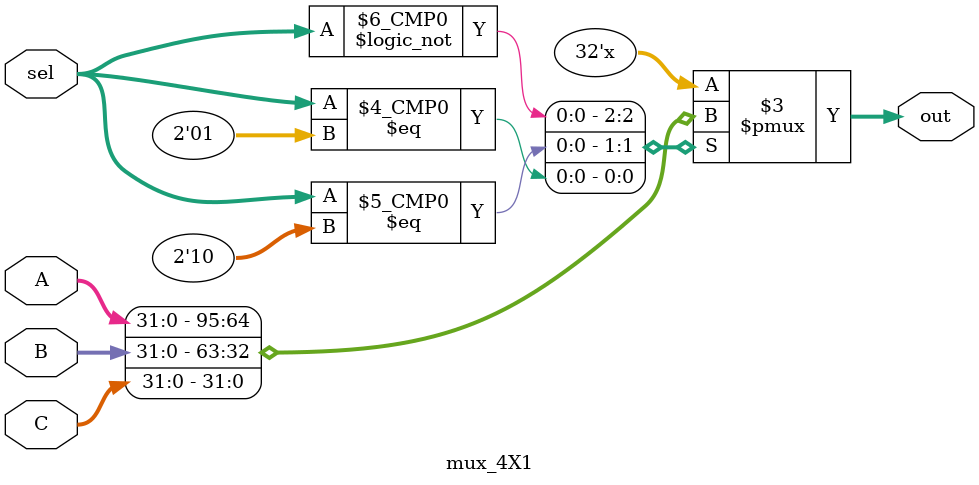
<source format=v>
`timescale 1ns / 1ps


module mux_4X1(input [31:0] A, B, C, input[1:0] sel, output reg[31:0] out);
//A: reg. B: ALU result, C-> data memory
always @(*)
begin 
    case(sel)
        2'b00:out = A;
        2'b10:out = B;
        2'b01:out = C;
    endcase
end
endmodule

</source>
